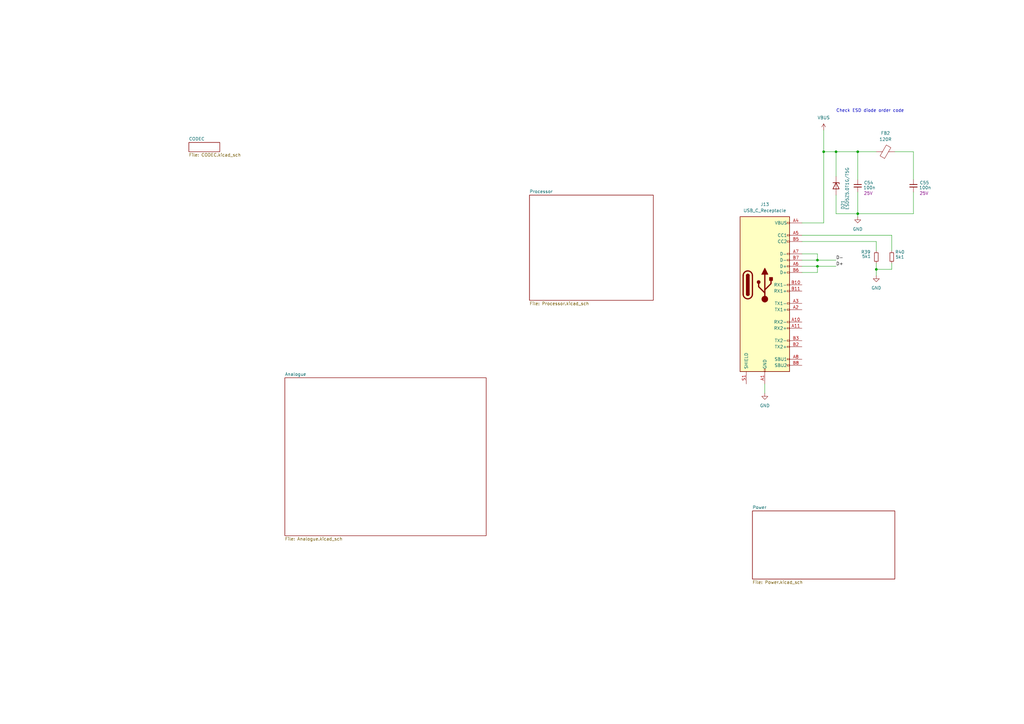
<source format=kicad_sch>
(kicad_sch (version 20231120) (generator "eeschema") (generator_version "8.0")
  (paper "A3")
  (lib_symbols
    (symbol "Connector:USB_C_Receptacle" (pin_names (offset 1.016))
      (property "Reference" "J" (at -10.16 29.21 0))
      (property "Value" "USB_C_Receptacle" (at 10.16 29.21 0))
      (symbol "USB_C_Receptacle_0_0"
        (rectangle (start -0.254 -35.56) (end 0.254 -34.544))
        (rectangle (start 10.16 -32.766) (end 9.144 -33.274))
        (rectangle (start 10.16 -30.226) (end 9.144 -30.734))
        (rectangle (start 10.16 -25.146) (end 9.144 -25.654))
        (rectangle (start 10.16 -22.606) (end 9.144 -23.114))
        (rectangle (start 10.16 -17.526) (end 9.144 -18.034))
        (rectangle (start 10.16 -14.986) (end 9.144 -15.494))
        (rectangle (start 10.16 -9.906) (end 9.144 -10.414))
        (rectangle (start 10.16 -7.366) (end 9.144 -7.874))
        (rectangle (start 10.16 -2.286) (end 9.144 -2.794))
        (rectangle (start 10.16 0.254) (end 9.144 -0.254))
        (rectangle (start 10.16 5.334) (end 9.144 4.826))
        (rectangle (start 10.16 7.874) (end 9.144 7.366))
        (rectangle (start 10.16 10.414) (end 9.144 9.906))
        (rectangle (start 10.16 12.954) (end 9.144 12.446))
        (rectangle (start 10.16 18.034) (end 9.144 17.526))
        (rectangle (start 10.16 20.574) (end 9.144 20.066))
        (rectangle (start 10.16 25.654) (end 9.144 25.146))
      )
      (symbol "USB_C_Receptacle_0_1"
        (rectangle (start -10.16 27.94) (end 10.16 -35.56) (stroke (width 0.254)) (fill (type background)))
        (arc (start -8.89 -3.81) (mid -6.985 -5.7067) (end -5.08 -3.81) (stroke (width 0.508)))
        (arc (start -7.62 -3.81) (mid -6.985 -4.4423) (end -6.35 -3.81) (stroke (width 0.254)))
        (arc (start -7.62 -3.81) (mid -6.985 -4.4423) (end -6.35 -3.81) (stroke (width 0.254)) (fill (type outline)))
        (rectangle (start -7.62 -3.81) (end -6.35 3.81) (stroke (width 0.254)) (fill (type outline)))
        (arc (start -6.35 3.81) (mid -6.985 4.4423) (end -7.62 3.81) (stroke (width 0.254)))
        (arc (start -6.35 3.81) (mid -6.985 4.4423) (end -7.62 3.81) (stroke (width 0.254)) (fill (type outline)))
        (arc (start -5.08 3.81) (mid -6.985 5.7067) (end -8.89 3.81) (stroke (width 0.508)))
        (polyline (pts (xy -8.89 -3.81) (xy -8.89 3.81)) (stroke (width 0.508)))
        (polyline (pts (xy -5.08 3.81) (xy -5.08 -3.81)) (stroke (width 0.508)))
      )
      (symbol "USB_C_Receptacle_1_1"
        (circle (center -2.54 1.143) (radius 0.635) (stroke (width 0.254)) (fill (type outline)))
        (circle (center 0 -5.842) (radius 1.27) (fill (type outline)))
        (polyline (pts (xy 0 -5.842) (xy 0 4.318)) (stroke (width 0.508)))
        (polyline (pts (xy 0 -3.302) (xy -2.54 -0.762) (xy -2.54 0.508)) (stroke (width 0.508)))
        (polyline (pts (xy 0 -2.032) (xy 2.54 0.508) (xy 2.54 1.778)) (stroke (width 0.508)))
        (polyline (pts (xy -1.27 4.318) (xy 0 6.858) (xy 1.27 4.318) (xy -1.27 4.318)) (stroke (width 0.254)) (fill (type outline)))
        (rectangle (start 1.905 1.778) (end 3.175 3.048) (stroke (width 0.254)) (fill (type outline)))
        (pin passive line (at 0 -40.64 90) (length 5.08) (name "GND") (number "A1"))
        (pin bidirectional line (at 15.24 -15.24 180) (length 5.08) (name "RX2-") (number "A10"))
        (pin bidirectional line (at 15.24 -17.78 180) (length 5.08) (name "RX2+") (number "A11"))
        (pin passive line (at 0 -40.64 90) (length 5.08) hide (name "GND") (number "A12"))
        (pin bidirectional line (at 15.24 -10.16 180) (length 5.08) (name "TX1+") (number "A2"))
        (pin bidirectional line (at 15.24 -7.62 180) (length 5.08) (name "TX1-") (number "A3"))
        (pin passive line (at 15.24 25.4 180) (length 5.08) (name "VBUS") (number "A4"))
        (pin bidirectional line (at 15.24 20.32 180) (length 5.08) (name "CC1") (number "A5"))
        (pin bidirectional line (at 15.24 7.62 180) (length 5.08) (name "D+") (number "A6"))
        (pin bidirectional line (at 15.24 12.7 180) (length 5.08) (name "D-") (number "A7"))
        (pin bidirectional line (at 15.24 -30.48 180) (length 5.08) (name "SBU1") (number "A8"))
        (pin passive line (at 15.24 25.4 180) (length 5.08) hide (name "VBUS") (number "A9"))
        (pin passive line (at 0 -40.64 90) (length 5.08) hide (name "GND") (number "B1"))
        (pin bidirectional line (at 15.24 0 180) (length 5.08) (name "RX1-") (number "B10"))
        (pin bidirectional line (at 15.24 -2.54 180) (length 5.08) (name "RX1+") (number "B11"))
        (pin passive line (at 0 -40.64 90) (length 5.08) hide (name "GND") (number "B12"))
        (pin bidirectional line (at 15.24 -25.4 180) (length 5.08) (name "TX2+") (number "B2"))
        (pin bidirectional line (at 15.24 -22.86 180) (length 5.08) (name "TX2-") (number "B3"))
        (pin passive line (at 15.24 25.4 180) (length 5.08) hide (name "VBUS") (number "B4"))
        (pin bidirectional line (at 15.24 17.78 180) (length 5.08) (name "CC2") (number "B5"))
        (pin bidirectional line (at 15.24 5.08 180) (length 5.08) (name "D+") (number "B6"))
        (pin bidirectional line (at 15.24 10.16 180) (length 5.08) (name "D-") (number "B7"))
        (pin bidirectional line (at 15.24 -33.02 180) (length 5.08) (name "SBU2") (number "B8"))
        (pin passive line (at 15.24 25.4 180) (length 5.08) hide (name "VBUS") (number "B9"))
        (pin passive line (at -7.62 -40.64 90) (length 5.08) (name "SHIELD") (number "S1"))
      )
    )
    (symbol "Device:C_Small" (pin_numbers hide) (pin_names (offset 0.254) hide)
      (property "Reference" "C" (at 0.254 1.778 0))
      (property "Value" "C_Small" (at 0.254 -2.032 0))
      (symbol "C_Small_0_1"
        (polyline (pts (xy -1.524 -0.508) (xy 1.524 -0.508)) (stroke (width 0.3302)))
        (polyline (pts (xy -1.524 0.508) (xy 1.524 0.508)) (stroke (width 0.3048)))
      )
      (symbol "C_Small_1_1"
        (pin passive line (at 0 2.54 270) (length 2.032) (name "~") (number "1"))
        (pin passive line (at 0 -2.54 90) (length 2.032) (name "~") (number "2"))
      )
    )
    (symbol "Device:FerriteBead" (pin_numbers hide) (pin_names (offset 0))
      (property "Reference" "FB" (at -3.81 0.635 90))
      (property "Value" "FerriteBead" (at 3.81 0 90))
      (symbol "FerriteBead_0_1"
        (polyline (pts (xy 0 -1.27) (xy 0 -1.2192)))
        (polyline (pts (xy 0 1.27) (xy 0 1.2954)))
        (polyline (pts (xy -2.7686 0.4064) (xy -1.7018 2.2606) (xy 2.7686 -0.3048) (xy 1.6764 -2.159) (xy -2.7686 0.4064)))
      )
      (symbol "FerriteBead_1_1"
        (pin passive line (at 0 3.81 270) (length 2.54) (name "~") (number "1"))
        (pin passive line (at 0 -3.81 90) (length 2.54) (name "~") (number "2"))
      )
    )
    (symbol "Device:R_Small" (pin_numbers hide) (pin_names (offset 0.254) hide)
      (property "Reference" "R" (at 0.762 0.508 0))
      (property "Value" "R_Small" (at 0.762 -1.016 0))
      (symbol "R_Small_0_1"
        (rectangle (start -0.762 1.778) (end 0.762 -1.778) (stroke (width 0.2032)))
      )
      (symbol "R_Small_1_1"
        (pin passive line (at 0 2.54 270) (length 0.762) (name "~") (number "1"))
        (pin passive line (at 0 -2.54 90) (length 0.762) (name "~") (number "2"))
      )
    )
    (symbol "Diode:ESD5Zxx" (pin_numbers hide) (pin_names hide)
      (property "Reference" "D" (at 0 2.54 0))
      (property "Value" "ESD5Zxx" (at 0 -2.54 0))
      (symbol "ESD5Zxx_0_1"
        (polyline (pts (xy 1.27 0) (xy -1.27 0)))
        (polyline (pts (xy -1.27 -1.27) (xy -1.27 1.27) (xy -0.762 1.27)) (stroke (width 0.254)))
        (polyline (pts (xy 1.27 -1.27) (xy 1.27 1.27) (xy -1.27 0) (xy 1.27 -1.27)) (stroke (width 0.254)))
      )
      (symbol "ESD5Zxx_1_1"
        (pin passive line (at -3.81 0 0) (length 2.54) (name "K") (number "1"))
        (pin passive line (at 3.81 0 180) (length 2.54) (name "A") (number "2"))
      )
    )
    (symbol "power:GND" (power) (pin_numbers hide) (pin_names (offset 0) hide)
      (property "Value" "GND" (at 0 -3.81 0))
      (symbol "GND_0_1"
        (polyline (pts (xy 0 0) (xy 0 -1.27) (xy 1.27 -1.27) (xy 0 -2.54) (xy -1.27 -1.27) (xy 0 -1.27)))
      )
      (symbol "GND_1_1"
        (pin power_in line (at 0 0 270) (length 0) (name "~") (number "1"))
      )
    )
    (symbol "power:VBUS" (power) (pin_numbers hide) (pin_names (offset 0) hide)
      (property "Value" "VBUS" (at 0 3.556 0))
      (symbol "VBUS_0_1"
        (polyline (pts (xy -0.762 1.27) (xy 0 2.54)))
        (polyline (pts (xy 0 0) (xy 0 2.54)))
        (polyline (pts (xy 0 2.54) (xy 0.762 1.27)))
      )
      (symbol "VBUS_1_1"
        (pin power_in line (at 0 0 90) (length 0) (name "~") (number "1"))
      )
    )
  )
  (junction (at 351.79 62.23))
  (junction (at 335.28 109.22))
  (junction (at 337.82 62.23))
  (junction (at 335.28 106.68))
  (junction (at 342.9 62.23))
  (junction (at 359.41 110.49))
  (junction (at 351.79 87.63))
  (wire (pts (xy 328.93 104.14) (xy 335.28 104.14)))
  (wire (pts (xy 351.79 62.23) (xy 351.79 73.66)))
  (wire (pts (xy 328.93 111.76) (xy 335.28 111.76)))
  (wire (pts (xy 342.9 80.01) (xy 342.9 87.63)))
  (wire (pts (xy 342.9 62.23) (xy 342.9 72.39)))
  (wire (pts (xy 374.65 87.63) (xy 351.79 87.63)))
  (wire (pts (xy 359.41 110.49) (xy 359.41 113.03)))
  (wire (pts (xy 328.93 109.22) (xy 335.28 109.22)))
  (wire (pts (xy 328.93 106.68) (xy 335.28 106.68)))
  (wire (pts (xy 374.65 78.74) (xy 374.65 87.63)))
  (wire (pts (xy 374.65 62.23) (xy 374.65 73.66)))
  (wire (pts (xy 359.41 62.23) (xy 351.79 62.23)))
  (wire (pts (xy 359.41 99.06) (xy 359.41 102.87)))
  (wire (pts (xy 337.82 62.23) (xy 337.82 91.44)))
  (wire (pts (xy 337.82 91.44) (xy 328.93 91.44)))
  (wire (pts (xy 365.76 110.49) (xy 359.41 110.49)))
  (wire (pts (xy 335.28 109.22) (xy 342.9 109.22)))
  (wire (pts (xy 359.41 107.95) (xy 359.41 110.49)))
  (wire (pts (xy 335.28 109.22) (xy 335.28 111.76)))
  (wire (pts (xy 342.9 62.23) (xy 351.79 62.23)))
  (wire (pts (xy 328.93 96.52) (xy 365.76 96.52)))
  (wire (pts (xy 365.76 107.95) (xy 365.76 110.49)))
  (wire (pts (xy 337.82 62.23) (xy 342.9 62.23)))
  (wire (pts (xy 365.76 96.52) (xy 365.76 102.87)))
  (wire (pts (xy 335.28 106.68) (xy 342.9 106.68)))
  (wire (pts (xy 337.82 53.34) (xy 337.82 62.23)))
  (wire (pts (xy 351.79 78.74) (xy 351.79 87.63)))
  (wire (pts (xy 313.69 157.48) (xy 313.69 161.29)))
  (wire (pts (xy 328.93 99.06) (xy 359.41 99.06)))
  (wire (pts (xy 342.9 87.63) (xy 351.79 87.63)))
  (wire (pts (xy 367.03 62.23) (xy 374.65 62.23)))
  (wire (pts (xy 335.28 104.14) (xy 335.28 106.68)))
  (wire (pts (xy 351.79 87.63) (xy 351.79 88.9)))
  (text "Check ESD diode order code\n" (at 356.87 45.466 0) (effects (font (size 1.27 1.27))))
  (label "D-" (at 342.9 106.68 0))
  (label "D+" (at 342.9 109.22 0))
  (symbol (lib_id "Device:R_Small") (at 359.41 105.41 180) (unit 1)
    (property "Reference" "R39" (at 355.092 103.378 0))
    (property "Value" "5k1" (at 355.346 105.156 0))
    (property "Footprint" "Resistor_SMD:R_0402_1005Metric_Pad0.72x0.64mm_HandSolder" (effects (hide yes)))
    (property "Description" "Resistor, small symbol" (effects (hide yes)))
  )
  (symbol (lib_id "power:GND") (at 351.79 88.9 0) (unit 1)
    (property "Reference" "#PWR073" (effects (hide yes)))
    (property "Value" "GND" (at 351.79 93.98 0))
    (property "Description" "Power symbol creates a global label with name \"GND\" , ground" (effects (hide yes)))
  )
  (symbol (lib_id "power:VBUS") (at 337.82 53.34 0) (unit 1)
    (property "Reference" "#PWR072" (effects (hide yes)))
    (property "Value" "VBUS" (at 337.82 48.26 0))
    (property "Description" "Power symbol creates a global label with name \"VBUS\"" (effects (hide yes)))
  )
  (symbol (lib_id "Device:C_Small") (at 351.79 76.2 0) (unit 1)
    (property "Reference" "C54" (at 354.33 74.9362 0) (effects (justify left)))
    (property "Value" "100n" (at 354.076 76.962 0) (effects (justify left)))
    (property "Footprint" "Capacitor_SMD:C_0402_1005Metric" (effects (hide yes)))
    (property "Description" "Unpolarized capacitor, small symbol" (effects (hide yes)))
    (property "MPN" "MBAST105SB7104KFNA01" (effects (hide yes)))
    (property "MF" "TAIYO YUDEN " (effects (hide yes)))
    (property "OC_MOUSER" "963-BAST105SB7104KF" (effects (hide yes)))
    (property "Voltage" "25V" (at 356.108 79.248 0))
  )
  (symbol (lib_id "power:GND") (at 313.69 161.29 0) (unit 1)
    (property "Reference" "#PWR075" (effects (hide yes)))
    (property "Value" "GND" (at 313.69 166.37 0))
    (property "Description" "Power symbol creates a global label with name \"GND\" , ground" (effects (hide yes)))
  )
  (symbol (lib_id "Diode:ESD5Zxx") (at 342.9 76.2 270) (unit 1)
    (property "Reference" "D21" (at 345.694 82.042 0) (effects (justify left)))
    (property "Value" "ESD5Z5.0T1G/T5G" (at 347.472 68.58 0) (effects (justify left)))
    (property "Footprint" "Diode_SMD:D_SOD-523" (effects (hide yes)))
    (property "Datasheet" "https://www.onsemi.com/pdf/datasheet/esd5z2.5t1-d.pdf" (effects (hide yes)))
    (property "Description" "ESD Protection Diode, SOD-523" (effects (hide yes)))
  )
  (symbol (lib_id "Device:C_Small") (at 374.65 76.2 0) (unit 1)
    (property "Reference" "C55" (at 377.19 74.9362 0) (effects (justify left)))
    (property "Value" "100n" (at 376.936 76.962 0) (effects (justify left)))
    (property "Footprint" "Capacitor_SMD:C_0402_1005Metric" (effects (hide yes)))
    (property "Description" "Unpolarized capacitor, small symbol" (effects (hide yes)))
    (property "MPN" "MBAST105SB7104KFNA01" (effects (hide yes)))
    (property "MF" "TAIYO YUDEN " (effects (hide yes)))
    (property "OC_MOUSER" "963-BAST105SB7104KF" (effects (hide yes)))
    (property "Voltage" "25V" (at 378.968 79.248 0))
  )
  (symbol (lib_id "Device:R_Small") (at 365.76 105.41 180) (unit 1)
    (property "Reference" "R40" (at 369.062 103.378 0))
    (property "Value" "5k1" (at 369.062 105.41 0))
    (property "Footprint" "Resistor_SMD:R_0402_1005Metric_Pad0.72x0.64mm_HandSolder" (effects (hide yes)))
    (property "Description" "Resistor, small symbol" (effects (hide yes)))
  )
  (symbol (lib_id "Connector:USB_C_Receptacle") (at 313.69 116.84 0) (unit 1)
    (property "Reference" "J13" (at 313.69 83.82 0))
    (property "Value" "USB_C_Receptacle" (at 313.69 86.36 0))
    (property "Footprint" "Connector_USB:USB_C_Receptacle_Molex_105450-0101" (effects (hide yes)))
    (property "Datasheet" "https://www.usb.org/sites/default/files/documents/usb_type-c.zip" (effects (hide yes)))
    (property "Description" "USB Full-Featured Type-C Receptacle connector" (effects (hide yes)))
  )
  (symbol (lib_id "power:GND") (at 359.41 113.03 0) (unit 1)
    (property "Reference" "#PWR074" (effects (hide yes)))
    (property "Value" "GND" (at 359.41 118.11 0))
    (property "Description" "Power symbol creates a global label with name \"GND\" , ground" (effects (hide yes)))
  )
  (symbol (lib_id "Device:FerriteBead") (at 363.22 62.23 90) (unit 1)
    (property "Reference" "FB2" (at 363.1692 54.61 90))
    (property "Value" "120R" (at 363.1692 57.15 90))
    (property "Footprint" "Inductor_SMD:L_0603_1608Metric" (effects (hide yes)))
    (property "Description" "Ferrite bead" (effects (hide yes)))
    (property "MF" "Murata Electronics " (effects (hide yes)))
    (property "MPN" "BLM18KG121TN1D " (effects (hide yes)))
    (property "OC_MOUSER" "81-BLM18KG121TN1D" (effects (hide yes)))
  )
  (sheet (at 77.47 58.42) (size 12.7 3.81) (stroke (width 0.1524))
    (property "Sheetname" "CODEC" (at 77.47 57.7084 0) (effects (justify left bottom)))
    (property "Sheetfile" "CODEC.kicad_sch" (at 77.47 62.8146 0) (effects (justify left top)))
  )
  (sheet (at 116.84 154.94) (size 82.55 64.77) (stroke (width 0.1524))
    (property "Sheetname" "Analogue" (at 116.84 154.2284 0) (effects (justify left bottom)))
    (property "Sheetfile" "Analogue.kicad_sch" (at 116.84 220.2946 0) (effects (justify left top)))
  )
  (sheet (at 308.61 209.55) (size 58.42 27.94) (stroke (width 0.1524))
    (property "Sheetname" "Power" (at 308.61 208.8384 0) (effects (justify left bottom)))
    (property "Sheetfile" "Power.kicad_sch" (at 308.61 238.0746 0) (effects (justify left top)))
  )
  (sheet (at 217.17 80.01) (size 50.8 43.18) (stroke (width 0.1524))
    (property "Sheetname" "Processor" (at 217.17 79.2984 0) (effects (justify left bottom)))
    (property "Sheetfile" "Processor.kicad_sch" (at 217.17 123.7746 0) (effects (justify left top)))
  )
)
</source>
